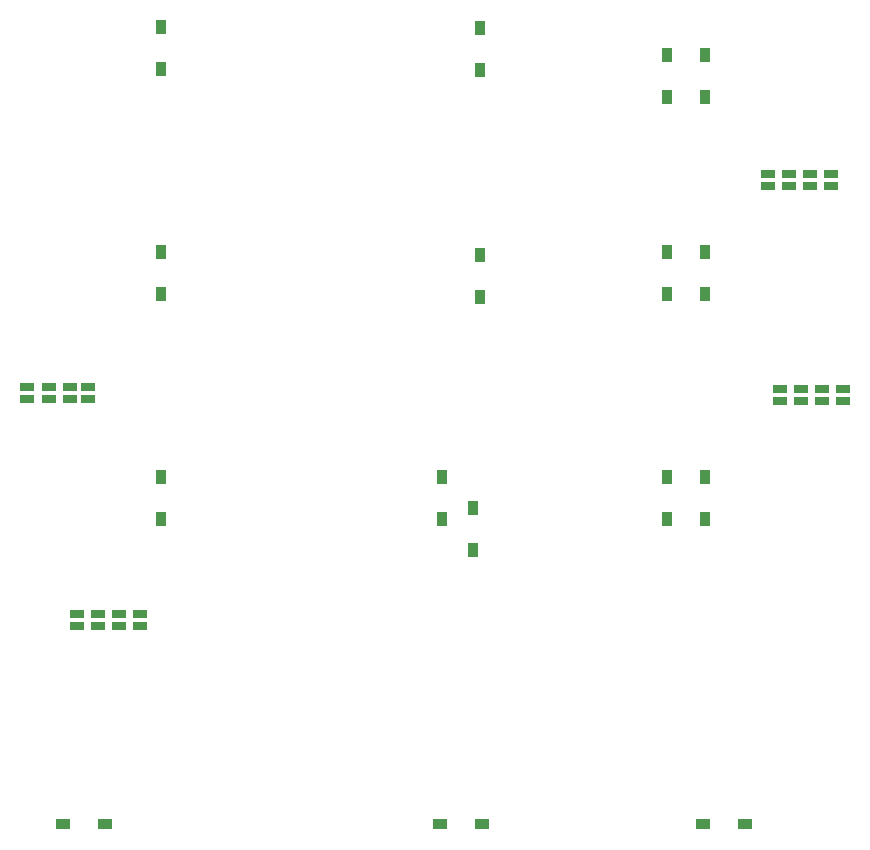
<source format=gbp>
G04 #@! TF.GenerationSoftware,KiCad,Pcbnew,5.1.4+dfsg1-1*
G04 #@! TF.CreationDate,2020-03-28T17:11:53+01:00*
G04 #@! TF.ProjectId,roni4x4ergo,726f6e69-3478-4346-9572-676f2e6b6963,rev?*
G04 #@! TF.SameCoordinates,Original*
G04 #@! TF.FileFunction,Paste,Bot*
G04 #@! TF.FilePolarity,Positive*
%FSLAX46Y46*%
G04 Gerber Fmt 4.6, Leading zero omitted, Abs format (unit mm)*
G04 Created by KiCad (PCBNEW 5.1.4+dfsg1-1) date 2020-03-28 17:11:53*
%MOMM*%
%LPD*%
G04 APERTURE LIST*
%ADD10R,0.950000X1.300000*%
%ADD11R,1.143000X0.635000*%
%ADD12R,1.300000X0.950000*%
G04 APERTURE END LIST*
D10*
X84131900Y-61302500D03*
X84131900Y-57752500D03*
D11*
X77986146Y-51102070D03*
X77986146Y-50101310D03*
X76398642Y-50101310D03*
X76398642Y-51102070D03*
X74612700Y-51102070D03*
X74612700Y-50101310D03*
X72826758Y-50101310D03*
X72826758Y-51102070D03*
X82351782Y-70350556D03*
X82351782Y-69349796D03*
X80565840Y-69349796D03*
X80565840Y-70350556D03*
X78779898Y-70350556D03*
X78779898Y-69349796D03*
X76993956Y-69349796D03*
X76993956Y-70350556D03*
X140890980Y-33044212D03*
X140890980Y-32043452D03*
X139105038Y-32043452D03*
X139105038Y-33044212D03*
X137319096Y-32043452D03*
X137319096Y-33044212D03*
X135533154Y-33044212D03*
X135533154Y-32043452D03*
X136525344Y-50299748D03*
X136525344Y-51300508D03*
X138311286Y-50299748D03*
X138311286Y-51300508D03*
X140097228Y-51300508D03*
X140097228Y-50299748D03*
X141883170Y-50299748D03*
X141883170Y-51300508D03*
D10*
X84131900Y-23204900D03*
X84131900Y-19654900D03*
X84131900Y-42253700D03*
X84131900Y-38703700D03*
D12*
X75814258Y-87114282D03*
X79364258Y-87114282D03*
D10*
X111170750Y-19705450D03*
X111170750Y-23255450D03*
X111170750Y-38966300D03*
X111170750Y-42516300D03*
X107943200Y-57752500D03*
X107943200Y-61302500D03*
D12*
X111312776Y-87114282D03*
X107762776Y-87114282D03*
D10*
X126992000Y-25586150D03*
X126992000Y-22036150D03*
X126992000Y-42253700D03*
X126992000Y-38703700D03*
X126992000Y-61302500D03*
X126992000Y-57752500D03*
X110529966Y-63886094D03*
X110529966Y-60336094D03*
X130166800Y-22036150D03*
X130166800Y-25586150D03*
X130166800Y-38703700D03*
X130166800Y-42253700D03*
X130166800Y-57752500D03*
X130166800Y-61302500D03*
D12*
X133537832Y-87114282D03*
X129987832Y-87114282D03*
M02*

</source>
